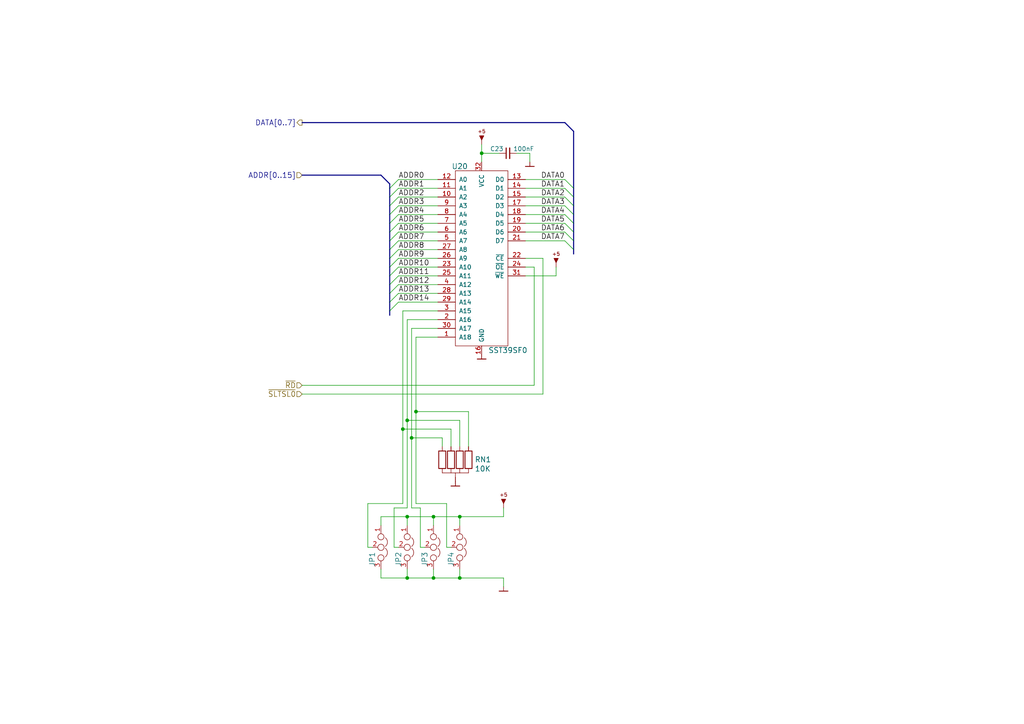
<source format=kicad_sch>
(kicad_sch (version 20211123) (generator eeschema)

  (uuid e16a8ef9-72be-44ea-a34c-71d53d6ff2bf)

  (paper "A4")

  (lib_symbols
    (symbol "artemisa:Cap" (pin_numbers hide) (pin_names (offset 0.254) hide) (in_bom yes) (on_board yes)
      (property "Reference" "C" (id 0) (at 0.254 1.778 0)
        (effects (font (size 1.27 1.27)) (justify left))
      )
      (property "Value" "Cap" (id 1) (at 0.254 -2.032 0)
        (effects (font (size 1.27 1.27)) (justify left))
      )
      (property "Footprint" "" (id 2) (at 0 0 0)
        (effects (font (size 1.27 1.27)) hide)
      )
      (property "Datasheet" "" (id 3) (at 0 0 0)
        (effects (font (size 1.27 1.27)) hide)
      )
      (property "ki_fp_filters" "C_*" (id 4) (at 0 0 0)
        (effects (font (size 1.27 1.27)) hide)
      )
      (symbol "Cap_0_1"
        (polyline
          (pts
            (xy -1.524 -0.508)
            (xy 1.524 -0.508)
          )
          (stroke (width 0.3302) (type default) (color 0 0 0 0))
          (fill (type none))
        )
        (polyline
          (pts
            (xy -1.524 0.508)
            (xy 1.524 0.508)
          )
          (stroke (width 0.3048) (type default) (color 0 0 0 0))
          (fill (type none))
        )
      )
      (symbol "Cap_1_1"
        (pin passive line (at 0 2.54 270) (length 2.032)
          (name "~" (effects (font (size 1.27 1.27))))
          (number "1" (effects (font (size 1.27 1.27))))
        )
        (pin passive line (at 0 -2.54 90) (length 2.032)
          (name "~" (effects (font (size 1.27 1.27))))
          (number "2" (effects (font (size 1.27 1.27))))
        )
      )
    )
    (symbol "artemisa:GND" (power) (pin_numbers hide) (pin_names (offset 0) hide) (in_bom yes) (on_board yes)
      (property "Reference" "#PWR" (id 0) (at 0 -2.54 0)
        (effects (font (size 1.524 1.524)) hide)
      )
      (property "Value" "GND" (id 1) (at 0 2.54 0)
        (effects (font (size 1.524 1.524)) hide)
      )
      (property "Footprint" "" (id 2) (at 0 0 0)
        (effects (font (size 1.524 1.524)) hide)
      )
      (property "Datasheet" "" (id 3) (at 0 0 0)
        (effects (font (size 1.524 1.524)) hide)
      )
      (symbol "GND_0_1"
        (polyline
          (pts
            (xy -1.27 -1.27)
            (xy 1.27 -1.27)
          )
          (stroke (width 0.254) (type default) (color 0 0 0 0))
          (fill (type none))
        )
      )
      (symbol "GND_1_1"
        (pin power_in line (at 0 0 270) (length 1.27)
          (name "GND" (effects (font (size 1.27 1.27))))
          (number "~" (effects (font (size 1.27 1.27))))
        )
      )
    )
    (symbol "artemisa:Jumper" (pin_names (offset 1.016) hide) (in_bom yes) (on_board yes)
      (property "Reference" "JP" (id 0) (at 2.54 -2.54 0)
        (effects (font (size 1.524 1.524)))
      )
      (property "Value" "Jumper" (id 1) (at 0 3.81 0)
        (effects (font (size 1.524 1.524)))
      )
      (property "Footprint" "" (id 2) (at 0 0 0)
        (effects (font (size 1.524 1.524)) hide)
      )
      (property "Datasheet" "" (id 3) (at 0 0 0)
        (effects (font (size 1.524 1.524)) hide)
      )
      (symbol "Jumper_1_1"
        (circle (center -3.048 0) (radius 0.889)
          (stroke (width 0) (type default) (color 0 0 0 0))
          (fill (type none))
        )
        (arc (start -0.254 1.27) (mid -1.524 1.8804) (end -2.794 1.27)
          (stroke (width 0) (type default) (color 0 0 0 0))
          (fill (type none))
        )
        (circle (center 0 0) (radius 0.9144)
          (stroke (width 0) (type default) (color 0 0 0 0))
          (fill (type none))
        )
        (arc (start 2.794 1.27) (mid 1.524 1.8804) (end 0.254 1.27)
          (stroke (width 0) (type default) (color 0 0 0 0))
          (fill (type none))
        )
        (circle (center 3.048 0) (radius 0.889)
          (stroke (width 0) (type default) (color 0 0 0 0))
          (fill (type none))
        )
        (pin passive line (at -6.35 0 0) (length 2.413)
          (name "1" (effects (font (size 1.27 1.27))))
          (number "1" (effects (font (size 1.27 1.27))))
        )
        (pin passive line (at 0 -2.54 90) (length 1.524)
          (name "2" (effects (font (size 1.27 1.27))))
          (number "2" (effects (font (size 1.27 1.27))))
        )
        (pin passive line (at 6.35 0 180) (length 2.413)
          (name "3" (effects (font (size 1.27 1.27))))
          (number "3" (effects (font (size 1.27 1.27))))
        )
      )
    )
    (symbol "artemisa:RN4" (pin_numbers hide) (pin_names (offset 1.016) hide) (in_bom yes) (on_board yes)
      (property "Reference" "RN" (id 0) (at 3.81 5.08 0)
        (effects (font (size 1.524 1.524)))
      )
      (property "Value" "RN4" (id 1) (at -5.08 5.08 0)
        (effects (font (size 1.524 1.524)))
      )
      (property "Footprint" "" (id 2) (at 2.54 -1.905 0)
        (effects (font (size 1.524 1.524)) hide)
      )
      (property "Datasheet" "" (id 3) (at 2.54 -1.905 0)
        (effects (font (size 1.524 1.524)) hide)
      )
      (symbol "RN4_0_1"
        (polyline
          (pts
            (xy -3.81 2.54)
            (xy -3.81 3.81)
          )
          (stroke (width 0) (type default) (color 0 0 0 0))
          (fill (type none))
        )
        (polyline
          (pts
            (xy -3.81 3.81)
            (xy 3.81 3.81)
          )
          (stroke (width 0) (type default) (color 0 0 0 0))
          (fill (type none))
        )
        (polyline
          (pts
            (xy -1.27 2.54)
            (xy -1.27 3.81)
          )
          (stroke (width 0) (type default) (color 0 0 0 0))
          (fill (type none))
        )
        (polyline
          (pts
            (xy 0 5.08)
            (xy 0 3.81)
          )
          (stroke (width 0) (type default) (color 0 0 0 0))
          (fill (type none))
        )
        (polyline
          (pts
            (xy 1.27 2.54)
            (xy 1.27 3.81)
          )
          (stroke (width 0) (type default) (color 0 0 0 0))
          (fill (type none))
        )
        (polyline
          (pts
            (xy 3.81 2.54)
            (xy 3.81 3.81)
          )
          (stroke (width 0) (type default) (color 0 0 0 0))
          (fill (type none))
        )
      )
      (symbol "RN4_0_2"
        (polyline
          (pts
            (xy -3.81 3.81)
            (xy 3.81 3.81)
          )
          (stroke (width 0) (type default) (color 0 0 0 0))
          (fill (type none))
        )
        (polyline
          (pts
            (xy -3.81 3.81)
            (xy -6.35 3.81)
            (xy -6.35 -2.54)
          )
          (stroke (width 0) (type default) (color 0 0 0 0))
          (fill (type none))
        )
      )
      (symbol "RN4_1_1"
        (rectangle (start -4.826 -2.54) (end -2.794 2.54)
          (stroke (width 0.254) (type default) (color 0 0 0 0))
          (fill (type none))
        )
        (rectangle (start -2.286 -2.54) (end -0.254 2.54)
          (stroke (width 0.254) (type default) (color 0 0 0 0))
          (fill (type none))
        )
        (rectangle (start 0.254 -2.54) (end 2.286 2.54)
          (stroke (width 0.254) (type default) (color 0 0 0 0))
          (fill (type none))
        )
        (rectangle (start 2.794 -2.54) (end 4.826 2.54)
          (stroke (width 0.254) (type default) (color 0 0 0 0))
          (fill (type none))
        )
        (pin passive line (at 0 6.35 270) (length 1.27)
          (name "~" (effects (font (size 1.27 1.27))))
          (number "1" (effects (font (size 1.27 1.27))))
        )
        (pin passive line (at -3.81 -3.81 90) (length 1.27)
          (name "~" (effects (font (size 1.27 1.27))))
          (number "2" (effects (font (size 1.27 1.27))))
        )
        (pin passive line (at -1.27 -3.81 90) (length 1.27)
          (name "~" (effects (font (size 1.27 1.27))))
          (number "3" (effects (font (size 1.27 1.27))))
        )
        (pin passive line (at 1.27 -3.81 90) (length 1.27)
          (name "~" (effects (font (size 1.27 1.27))))
          (number "4" (effects (font (size 1.27 1.27))))
        )
        (pin passive line (at 3.81 -3.81 90) (length 1.27)
          (name "~" (effects (font (size 1.27 1.27))))
          (number "5" (effects (font (size 1.27 1.27))))
        )
      )
      (symbol "RN4_1_2"
        (rectangle (start -4.826 -2.54) (end -2.794 2.54)
          (stroke (width 0.254) (type default) (color 0 0 0 0))
          (fill (type none))
        )
        (rectangle (start -2.286 -2.54) (end -0.254 2.54)
          (stroke (width 0.254) (type default) (color 0 0 0 0))
          (fill (type none))
        )
        (polyline
          (pts
            (xy -3.81 2.54)
            (xy -3.81 3.81)
          )
          (stroke (width 0) (type default) (color 0 0 0 0))
          (fill (type none))
        )
        (polyline
          (pts
            (xy -1.27 2.54)
            (xy -1.27 3.81)
          )
          (stroke (width 0) (type default) (color 0 0 0 0))
          (fill (type none))
        )
        (polyline
          (pts
            (xy 1.27 2.54)
            (xy 1.27 3.81)
          )
          (stroke (width 0) (type default) (color 0 0 0 0))
          (fill (type none))
        )
        (polyline
          (pts
            (xy 3.81 2.54)
            (xy 3.81 3.81)
          )
          (stroke (width 0) (type default) (color 0 0 0 0))
          (fill (type none))
        )
        (rectangle (start 0.254 -2.54) (end 2.286 2.54)
          (stroke (width 0.254) (type default) (color 0 0 0 0))
          (fill (type none))
        )
        (rectangle (start 2.794 -2.54) (end 4.826 2.54)
          (stroke (width 0.254) (type default) (color 0 0 0 0))
          (fill (type none))
        )
        (pin passive line (at -6.35 -3.81 90) (length 1.27)
          (name "~" (effects (font (size 1.27 1.27))))
          (number "1" (effects (font (size 1.27 1.27))))
        )
        (pin passive line (at -3.81 -3.81 90) (length 1.27)
          (name "~" (effects (font (size 1.27 1.27))))
          (number "2" (effects (font (size 1.27 1.27))))
        )
        (pin passive line (at -1.27 -3.81 90) (length 1.27)
          (name "~" (effects (font (size 1.27 1.27))))
          (number "3" (effects (font (size 1.27 1.27))))
        )
        (pin passive line (at 1.27 -3.81 90) (length 1.27)
          (name "~" (effects (font (size 1.27 1.27))))
          (number "4" (effects (font (size 1.27 1.27))))
        )
        (pin passive line (at 3.81 -3.81 90) (length 1.27)
          (name "~" (effects (font (size 1.27 1.27))))
          (number "5" (effects (font (size 1.27 1.27))))
        )
      )
    )
    (symbol "artemisa:SST39SF0" (pin_names (offset 1.016)) (in_bom yes) (on_board yes)
      (property "Reference" "U" (id 0) (at -7.62 21.59 0)
        (effects (font (size 1.524 1.524)))
      )
      (property "Value" "SST39SF0" (id 1) (at 7.62 -31.75 0)
        (effects (font (size 1.524 1.524)))
      )
      (property "Footprint" "" (id 2) (at 0 0 0)
        (effects (font (size 1.524 1.524)) hide)
      )
      (property "Datasheet" "" (id 3) (at 0 0 0)
        (effects (font (size 1.524 1.524)) hide)
      )
      (symbol "SST39SF0_0_1"
        (rectangle (start -7.62 20.32) (end 7.62 -30.48)
          (stroke (width 0) (type default) (color 0 0 0 0))
          (fill (type none))
        )
      )
      (symbol "SST39SF0_1_1"
        (pin input line (at -12.7 -27.94 0) (length 5.08)
          (name "A18" (effects (font (size 1.27 1.27))))
          (number "1" (effects (font (size 1.27 1.27))))
        )
        (pin input line (at -12.7 12.7 0) (length 5.08)
          (name "A2" (effects (font (size 1.27 1.27))))
          (number "10" (effects (font (size 1.27 1.27))))
        )
        (pin input line (at -12.7 15.24 0) (length 5.08)
          (name "A1" (effects (font (size 1.27 1.27))))
          (number "11" (effects (font (size 1.27 1.27))))
        )
        (pin input line (at -12.7 17.78 0) (length 5.08)
          (name "A0" (effects (font (size 1.27 1.27))))
          (number "12" (effects (font (size 1.27 1.27))))
        )
        (pin output line (at 12.7 17.78 180) (length 5.08)
          (name "D0" (effects (font (size 1.27 1.27))))
          (number "13" (effects (font (size 1.27 1.27))))
        )
        (pin output line (at 12.7 15.24 180) (length 5.08)
          (name "D1" (effects (font (size 1.27 1.27))))
          (number "14" (effects (font (size 1.27 1.27))))
        )
        (pin output line (at 12.7 12.7 180) (length 5.08)
          (name "D2" (effects (font (size 1.27 1.27))))
          (number "15" (effects (font (size 1.27 1.27))))
        )
        (pin power_in line (at 0 -33.02 90) (length 2.54)
          (name "GND" (effects (font (size 1.27 1.27))))
          (number "16" (effects (font (size 1.27 1.27))))
        )
        (pin output line (at 12.7 10.16 180) (length 5.08)
          (name "D3" (effects (font (size 1.27 1.27))))
          (number "17" (effects (font (size 1.27 1.27))))
        )
        (pin output line (at 12.7 7.62 180) (length 5.08)
          (name "D4" (effects (font (size 1.27 1.27))))
          (number "18" (effects (font (size 1.27 1.27))))
        )
        (pin output line (at 12.7 5.08 180) (length 5.08)
          (name "D5" (effects (font (size 1.27 1.27))))
          (number "19" (effects (font (size 1.27 1.27))))
        )
        (pin input line (at -12.7 -22.86 0) (length 5.08)
          (name "A16" (effects (font (size 1.27 1.27))))
          (number "2" (effects (font (size 1.27 1.27))))
        )
        (pin output line (at 12.7 2.54 180) (length 5.08)
          (name "D6" (effects (font (size 1.27 1.27))))
          (number "20" (effects (font (size 1.27 1.27))))
        )
        (pin output line (at 12.7 0 180) (length 5.08)
          (name "D7" (effects (font (size 1.27 1.27))))
          (number "21" (effects (font (size 1.27 1.27))))
        )
        (pin input line (at 12.7 -5.08 180) (length 5.08)
          (name "~{CE}" (effects (font (size 1.27 1.27))))
          (number "22" (effects (font (size 1.27 1.27))))
        )
        (pin input line (at -12.7 -7.62 0) (length 5.08)
          (name "A10" (effects (font (size 1.27 1.27))))
          (number "23" (effects (font (size 1.27 1.27))))
        )
        (pin input line (at 12.7 -7.62 180) (length 5.08)
          (name "~{OE}" (effects (font (size 1.27 1.27))))
          (number "24" (effects (font (size 1.27 1.27))))
        )
        (pin input line (at -12.7 -10.16 0) (length 5.08)
          (name "A11" (effects (font (size 1.27 1.27))))
          (number "25" (effects (font (size 1.27 1.27))))
        )
        (pin input line (at -12.7 -5.08 0) (length 5.08)
          (name "A9" (effects (font (size 1.27 1.27))))
          (number "26" (effects (font (size 1.27 1.27))))
        )
        (pin input line (at -12.7 -2.54 0) (length 5.08)
          (name "A8" (effects (font (size 1.27 1.27))))
          (number "27" (effects (font (size 1.27 1.27))))
        )
        (pin input line (at -12.7 -15.24 0) (length 5.08)
          (name "A13" (effects (font (size 1.27 1.27))))
          (number "28" (effects (font (size 1.27 1.27))))
        )
        (pin input line (at -12.7 -17.78 0) (length 5.08)
          (name "A14" (effects (font (size 1.27 1.27))))
          (number "29" (effects (font (size 1.27 1.27))))
        )
        (pin input line (at -12.7 -20.32 0) (length 5.08)
          (name "A15" (effects (font (size 1.27 1.27))))
          (number "3" (effects (font (size 1.27 1.27))))
        )
        (pin input line (at -12.7 -25.4 0) (length 5.08)
          (name "A17" (effects (font (size 1.27 1.27))))
          (number "30" (effects (font (size 1.27 1.27))))
        )
        (pin input line (at 12.7 -10.16 180) (length 5.08)
          (name "~{WE}" (effects (font (size 1.27 1.27))))
          (number "31" (effects (font (size 1.27 1.27))))
        )
        (pin power_in line (at 0 22.86 270) (length 2.54)
          (name "VCC" (effects (font (size 1.27 1.27))))
          (number "32" (effects (font (size 1.27 1.27))))
        )
        (pin input line (at -12.7 -12.7 0) (length 5.08)
          (name "A12" (effects (font (size 1.27 1.27))))
          (number "4" (effects (font (size 1.27 1.27))))
        )
        (pin input line (at -12.7 0 0) (length 5.08)
          (name "A7" (effects (font (size 1.27 1.27))))
          (number "5" (effects (font (size 1.27 1.27))))
        )
        (pin input line (at -12.7 2.54 0) (length 5.08)
          (name "A6" (effects (font (size 1.27 1.27))))
          (number "6" (effects (font (size 1.27 1.27))))
        )
        (pin input line (at -12.7 5.08 0) (length 5.08)
          (name "A5" (effects (font (size 1.27 1.27))))
          (number "7" (effects (font (size 1.27 1.27))))
        )
        (pin input line (at -12.7 7.62 0) (length 5.08)
          (name "A4" (effects (font (size 1.27 1.27))))
          (number "8" (effects (font (size 1.27 1.27))))
        )
        (pin input line (at -12.7 10.16 0) (length 5.08)
          (name "A3" (effects (font (size 1.27 1.27))))
          (number "9" (effects (font (size 1.27 1.27))))
        )
      )
    )
    (symbol "artemisa:VCC" (power) (pin_numbers hide) (pin_names (offset 0) hide) (in_bom yes) (on_board yes)
      (property "Reference" "#PWR" (id 0) (at 0 -1.27 0)
        (effects (font (size 1.524 1.524)) hide)
      )
      (property "Value" "VCC" (id 1) (at 0 6.35 0)
        (effects (font (size 1.524 1.524)) hide)
      )
      (property "Footprint" "" (id 2) (at 0 0 0)
        (effects (font (size 1.524 1.524)) hide)
      )
      (property "Datasheet" "" (id 3) (at 0 0 0)
        (effects (font (size 1.524 1.524)) hide)
      )
      (symbol "VCC_0_0"
        (text "+5" (at 0 3.81 0)
          (effects (font (size 1.016 1.016)))
        )
      )
      (symbol "VCC_0_1"
        (polyline
          (pts
            (xy 0 1.27)
            (xy 0.635 2.54)
            (xy -0.635 2.54)
            (xy 0 1.27)
          )
          (stroke (width 0) (type default) (color 0 0 0 0))
          (fill (type outline))
        )
      )
      (symbol "VCC_1_1"
        (pin power_in line (at 0 0 90) (length 1.27)
          (name "~" (effects (font (size 1.27 1.27))))
          (number "~" (effects (font (size 1.27 1.27))))
        )
      )
    )
  )

  (junction (at 118.11 149.86) (diameter 0) (color 0 0 0 0)
    (uuid 30d4a5b8-34e9-412f-9d1a-e616a8a28215)
  )
  (junction (at 133.35 167.64) (diameter 0) (color 0 0 0 0)
    (uuid 415d6a7d-98b2-4d17-b46f-6f38749a3ba2)
  )
  (junction (at 125.73 167.64) (diameter 0) (color 0 0 0 0)
    (uuid 5bf032d7-1ed3-461e-8d9e-98362eeab2a2)
  )
  (junction (at 139.7 44.45) (diameter 0) (color 0 0 0 0)
    (uuid 6a3aff19-5e5c-466c-80b5-82ab994aaee1)
  )
  (junction (at 118.11 167.64) (diameter 0) (color 0 0 0 0)
    (uuid 80f56a42-ff05-4345-8ffd-85584fdb3701)
  )
  (junction (at 133.35 149.86) (diameter 0) (color 0 0 0 0)
    (uuid 88b7d164-35a2-420d-9da6-a56db04f962b)
  )
  (junction (at 119.38 127) (diameter 0) (color 0 0 0 0)
    (uuid 89d9af53-e698-40c4-8ab2-a44fdf0a4c6c)
  )
  (junction (at 116.84 124.46) (diameter 0) (color 0 0 0 0)
    (uuid b0b40da2-8918-4f0b-b11b-1408b929feb5)
  )
  (junction (at 120.65 119.38) (diameter 0) (color 0 0 0 0)
    (uuid c4e3a83a-2945-4c21-9d1d-f3f3be86b7bd)
  )
  (junction (at 125.73 149.86) (diameter 0) (color 0 0 0 0)
    (uuid dd07efd4-24c4-483d-a118-ed58a9223c8c)
  )
  (junction (at 118.11 121.92) (diameter 0) (color 0 0 0 0)
    (uuid e188f4e0-97d6-45d5-9852-98640c6abc42)
  )

  (bus_entry (at 113.03 69.85) (size 2.54 -2.54)
    (stroke (width 0) (type default) (color 0 0 0 0))
    (uuid 06fb8a5e-69f3-44ca-bc88-4da9a1408625)
  )
  (bus_entry (at 113.03 87.63) (size 2.54 -2.54)
    (stroke (width 0) (type default) (color 0 0 0 0))
    (uuid 10a7d7ef-d6be-484c-be36-2908e6c77393)
  )
  (bus_entry (at 113.03 67.31) (size 2.54 -2.54)
    (stroke (width 0) (type default) (color 0 0 0 0))
    (uuid 1416f46f-efcf-4c99-81af-d39cf81f2652)
  )
  (bus_entry (at 113.03 64.77) (size 2.54 -2.54)
    (stroke (width 0) (type default) (color 0 0 0 0))
    (uuid 2952439a-4d93-45a3-a998-2b2fce2c5fe9)
  )
  (bus_entry (at 113.03 57.15) (size 2.54 -2.54)
    (stroke (width 0) (type default) (color 0 0 0 0))
    (uuid 2c3d5c2f-c119-4276-9b7e-33808f1d9396)
  )
  (bus_entry (at 166.37 62.23) (size -2.54 -2.54)
    (stroke (width 0) (type default) (color 0 0 0 0))
    (uuid 33ef82c8-b659-42b6-9429-5436a00e7b54)
  )
  (bus_entry (at 166.37 64.77) (size -2.54 -2.54)
    (stroke (width 0) (type default) (color 0 0 0 0))
    (uuid 469553b1-52fa-4564-9359-73b74ba8f58f)
  )
  (bus_entry (at 113.03 82.55) (size 2.54 -2.54)
    (stroke (width 0) (type default) (color 0 0 0 0))
    (uuid 532cb9ef-7fac-483b-aaf5-b83d764d0176)
  )
  (bus_entry (at 113.03 74.93) (size 2.54 -2.54)
    (stroke (width 0) (type default) (color 0 0 0 0))
    (uuid 5da519c8-016f-4f2c-843d-d8fc54aa43f1)
  )
  (bus_entry (at 113.03 54.61) (size 2.54 -2.54)
    (stroke (width 0) (type default) (color 0 0 0 0))
    (uuid 5fe5bd8d-5a86-4565-bd10-e08c6de9aa03)
  )
  (bus_entry (at 166.37 69.85) (size -2.54 -2.54)
    (stroke (width 0) (type default) (color 0 0 0 0))
    (uuid 73fd78b9-9aa5-40d0-adab-1e5886c90dd7)
  )
  (bus_entry (at 113.03 62.23) (size 2.54 -2.54)
    (stroke (width 0) (type default) (color 0 0 0 0))
    (uuid 7a25e2e8-d883-44ae-8207-1f946e50b1fa)
  )
  (bus_entry (at 166.37 54.61) (size -2.54 -2.54)
    (stroke (width 0) (type default) (color 0 0 0 0))
    (uuid 86c73e16-9c05-4385-b59b-206056f7ac90)
  )
  (bus_entry (at 113.03 85.09) (size 2.54 -2.54)
    (stroke (width 0) (type default) (color 0 0 0 0))
    (uuid 8a1a639a-559c-483d-9c99-1b2fafbdacf1)
  )
  (bus_entry (at 166.37 67.31) (size -2.54 -2.54)
    (stroke (width 0) (type default) (color 0 0 0 0))
    (uuid 90f1070b-d0d3-4d94-9527-f4c1c7006642)
  )
  (bus_entry (at 113.03 59.69) (size 2.54 -2.54)
    (stroke (width 0) (type default) (color 0 0 0 0))
    (uuid 9cd1ba63-2087-4000-a5a9-797dad78d993)
  )
  (bus_entry (at 166.37 57.15) (size -2.54 -2.54)
    (stroke (width 0) (type default) (color 0 0 0 0))
    (uuid a0affae9-b1e8-4941-9e7e-2ad29ff3f86b)
  )
  (bus_entry (at 113.03 80.01) (size 2.54 -2.54)
    (stroke (width 0) (type default) (color 0 0 0 0))
    (uuid b09870ad-8985-4a1c-a7b1-3acb9a1b9282)
  )
  (bus_entry (at 113.03 77.47) (size 2.54 -2.54)
    (stroke (width 0) (type default) (color 0 0 0 0))
    (uuid bc007755-47dc-4b01-a9a3-8f34e8741895)
  )
  (bus_entry (at 166.37 72.39) (size -2.54 -2.54)
    (stroke (width 0) (type default) (color 0 0 0 0))
    (uuid bf8bfbb4-4b7a-430e-865f-8acab9f8c04d)
  )
  (bus_entry (at 113.03 72.39) (size 2.54 -2.54)
    (stroke (width 0) (type default) (color 0 0 0 0))
    (uuid ea7f95ca-1368-4ccc-b3c5-17a85c05a2dd)
  )
  (bus_entry (at 113.03 90.17) (size 2.54 -2.54)
    (stroke (width 0) (type default) (color 0 0 0 0))
    (uuid fb7b20d7-70ea-48e6-baf1-01a0d3c92377)
  )
  (bus_entry (at 166.37 59.69) (size -2.54 -2.54)
    (stroke (width 0) (type default) (color 0 0 0 0))
    (uuid ffe6d5f3-f9a5-48a9-88db-d2d7822b944f)
  )

  (wire (pts (xy 115.57 87.63) (xy 127 87.63))
    (stroke (width 0) (type default) (color 0 0 0 0))
    (uuid 00185541-0a55-4e62-91d8-99e7a7720d36)
  )
  (bus (pts (xy 166.37 69.85) (xy 166.37 72.39))
    (stroke (width 0) (type default) (color 0 0 0 0))
    (uuid 025b67ec-fe6a-4ee1-9f43-89b9b5fad3d7)
  )

  (wire (pts (xy 133.35 121.92) (xy 118.11 121.92))
    (stroke (width 0) (type default) (color 0 0 0 0))
    (uuid 03a79994-33b9-4df6-bdb0-d3807834d731)
  )
  (wire (pts (xy 128.27 129.54) (xy 128.27 127))
    (stroke (width 0) (type default) (color 0 0 0 0))
    (uuid 08601885-ffd0-426c-9b07-2dc479593fb1)
  )
  (wire (pts (xy 157.48 114.3) (xy 87.63 114.3))
    (stroke (width 0) (type default) (color 0 0 0 0))
    (uuid 09433d97-62ec-42de-89f2-7d0b68dc1b9d)
  )
  (wire (pts (xy 133.35 149.86) (xy 146.05 149.86))
    (stroke (width 0) (type default) (color 0 0 0 0))
    (uuid 09684b6c-5d15-4020-b96b-0b388e8ee3ea)
  )
  (wire (pts (xy 118.11 147.32) (xy 114.3 147.32))
    (stroke (width 0) (type default) (color 0 0 0 0))
    (uuid 0f99d31f-3e61-45ba-a78c-4a282f861613)
  )
  (bus (pts (xy 166.37 38.1) (xy 166.37 54.61))
    (stroke (width 0) (type default) (color 0 0 0 0))
    (uuid 1002411f-a485-468c-981b-cec2ce41d8bd)
  )
  (bus (pts (xy 110.49 50.8) (xy 87.63 50.8))
    (stroke (width 0) (type default) (color 0 0 0 0))
    (uuid 128a7556-cb3d-406d-b84d-6d9efc7f9ed8)
  )

  (wire (pts (xy 163.83 64.77) (xy 152.4 64.77))
    (stroke (width 0) (type default) (color 0 0 0 0))
    (uuid 18a9dea8-caa6-40a3-962a-7699d9146e17)
  )
  (bus (pts (xy 113.03 53.34) (xy 113.03 54.61))
    (stroke (width 0) (type default) (color 0 0 0 0))
    (uuid 1a0c5194-0d7e-4fcc-a11d-049fac80c4dc)
  )

  (wire (pts (xy 115.57 82.55) (xy 127 82.55))
    (stroke (width 0) (type default) (color 0 0 0 0))
    (uuid 1db46316-f403-492b-8814-154fc43d62a8)
  )
  (wire (pts (xy 154.94 111.76) (xy 154.94 77.47))
    (stroke (width 0) (type default) (color 0 0 0 0))
    (uuid 1ebce183-d3ad-4022-b82e-9e0d8cd628db)
  )
  (wire (pts (xy 129.54 146.05) (xy 129.54 158.75))
    (stroke (width 0) (type default) (color 0 0 0 0))
    (uuid 201a8082-80bc-49cb-a857-a9c917ee8418)
  )
  (wire (pts (xy 144.78 44.45) (xy 139.7 44.45))
    (stroke (width 0) (type default) (color 0 0 0 0))
    (uuid 22591446-6d82-47ac-b525-9e9deb496c8c)
  )
  (wire (pts (xy 106.68 146.05) (xy 106.68 158.75))
    (stroke (width 0) (type default) (color 0 0 0 0))
    (uuid 233d14ec-e17f-4b70-ace9-a65479e58a33)
  )
  (wire (pts (xy 120.65 119.38) (xy 120.65 146.05))
    (stroke (width 0) (type default) (color 0 0 0 0))
    (uuid 29e27db0-3c69-4f62-9b26-37b540cf4f34)
  )
  (bus (pts (xy 166.37 72.39) (xy 166.37 73.66))
    (stroke (width 0) (type default) (color 0 0 0 0))
    (uuid 3081c45f-0a62-4dc8-a706-c2b3c5e194d8)
  )

  (wire (pts (xy 118.11 167.64) (xy 125.73 167.64))
    (stroke (width 0) (type default) (color 0 0 0 0))
    (uuid 310e28e7-f7b1-4197-b25d-4003c7dcabae)
  )
  (wire (pts (xy 154.94 77.47) (xy 152.4 77.47))
    (stroke (width 0) (type default) (color 0 0 0 0))
    (uuid 3b9ce6b0-047c-4e71-81a7-b0a5c13aa4d2)
  )
  (wire (pts (xy 130.81 124.46) (xy 116.84 124.46))
    (stroke (width 0) (type default) (color 0 0 0 0))
    (uuid 3bdc61da-fd87-4d91-ae6a-f160ef1e6b25)
  )
  (wire (pts (xy 118.11 92.71) (xy 118.11 121.92))
    (stroke (width 0) (type default) (color 0 0 0 0))
    (uuid 3be2f64a-643b-4527-aaf5-307341a81097)
  )
  (wire (pts (xy 121.92 158.75) (xy 123.19 158.75))
    (stroke (width 0) (type default) (color 0 0 0 0))
    (uuid 3d6472eb-4872-48d0-9b65-1b39f6d4a46a)
  )
  (wire (pts (xy 115.57 62.23) (xy 127 62.23))
    (stroke (width 0) (type default) (color 0 0 0 0))
    (uuid 3eff8f32-349a-4846-b484-abdc036c7174)
  )
  (wire (pts (xy 106.68 146.05) (xy 116.84 146.05))
    (stroke (width 0) (type default) (color 0 0 0 0))
    (uuid 422a6702-d1c1-4e76-898e-ec20aaee30c2)
  )
  (wire (pts (xy 115.57 54.61) (xy 127 54.61))
    (stroke (width 0) (type default) (color 0 0 0 0))
    (uuid 46255620-16a2-4e81-9e4a-58dddcf89388)
  )
  (wire (pts (xy 115.57 74.93) (xy 127 74.93))
    (stroke (width 0) (type default) (color 0 0 0 0))
    (uuid 462f8e7e-09c6-4676-ba4f-fd07b2868aa8)
  )
  (bus (pts (xy 113.03 77.47) (xy 113.03 80.01))
    (stroke (width 0) (type default) (color 0 0 0 0))
    (uuid 473b087a-2cc3-4010-941a-e9503cdfb920)
  )

  (wire (pts (xy 87.63 111.76) (xy 154.94 111.76))
    (stroke (width 0) (type default) (color 0 0 0 0))
    (uuid 4c77837f-2440-4b7b-8e7e-430f981c7c04)
  )
  (wire (pts (xy 133.35 167.64) (xy 146.05 167.64))
    (stroke (width 0) (type default) (color 0 0 0 0))
    (uuid 4dfbe524-132d-43d4-8ae0-9aa2f72df70b)
  )
  (wire (pts (xy 118.11 121.92) (xy 118.11 147.32))
    (stroke (width 0) (type default) (color 0 0 0 0))
    (uuid 505c1d3e-8ca5-438e-9eae-18483f12882c)
  )
  (wire (pts (xy 115.57 59.69) (xy 127 59.69))
    (stroke (width 0) (type default) (color 0 0 0 0))
    (uuid 52da99c6-c348-4007-8828-51a963a2879f)
  )
  (bus (pts (xy 113.03 57.15) (xy 113.03 59.69))
    (stroke (width 0) (type default) (color 0 0 0 0))
    (uuid 553e83e2-46ab-4c23-99b1-63f20f063cd2)
  )

  (wire (pts (xy 119.38 147.32) (xy 121.92 147.32))
    (stroke (width 0) (type default) (color 0 0 0 0))
    (uuid 555e8fc3-19b4-40e8-abc6-87d7c193534e)
  )
  (wire (pts (xy 119.38 95.25) (xy 119.38 127))
    (stroke (width 0) (type default) (color 0 0 0 0))
    (uuid 59550421-1010-45d2-ae78-ff36e5bca6b7)
  )
  (bus (pts (xy 113.03 90.17) (xy 113.03 91.44))
    (stroke (width 0) (type default) (color 0 0 0 0))
    (uuid 59e90f16-96b8-49bc-86de-566bbe3dd75d)
  )
  (bus (pts (xy 163.83 35.56) (xy 166.37 38.1))
    (stroke (width 0) (type default) (color 0 0 0 0))
    (uuid 5b6af5a7-591e-4959-8c60-02f298d40677)
  )

  (wire (pts (xy 115.57 72.39) (xy 127 72.39))
    (stroke (width 0) (type default) (color 0 0 0 0))
    (uuid 5d00cbc9-46cb-472e-b705-59da8e971192)
  )
  (bus (pts (xy 113.03 87.63) (xy 113.03 90.17))
    (stroke (width 0) (type default) (color 0 0 0 0))
    (uuid 5d56d28a-c4af-4430-8964-9b60bd37a4ca)
  )

  (wire (pts (xy 125.73 149.86) (xy 133.35 149.86))
    (stroke (width 0) (type default) (color 0 0 0 0))
    (uuid 5ecea6c7-cbcd-4340-9db8-55b54a886e1e)
  )
  (bus (pts (xy 113.03 62.23) (xy 113.03 64.77))
    (stroke (width 0) (type default) (color 0 0 0 0))
    (uuid 607bd1dc-3a6b-4b00-8871-0e4f8cbd31b4)
  )
  (bus (pts (xy 113.03 85.09) (xy 113.03 87.63))
    (stroke (width 0) (type default) (color 0 0 0 0))
    (uuid 62ff3f34-d3e2-41a5-ae11-1b931533f98a)
  )

  (wire (pts (xy 146.05 149.86) (xy 146.05 147.32))
    (stroke (width 0) (type default) (color 0 0 0 0))
    (uuid 64bbd1a8-b20b-4d12-891d-7b53b4a0334a)
  )
  (bus (pts (xy 166.37 59.69) (xy 166.37 62.23))
    (stroke (width 0) (type default) (color 0 0 0 0))
    (uuid 6915e2da-1017-43ad-9e3e-de99af10b4da)
  )
  (bus (pts (xy 113.03 72.39) (xy 113.03 74.93))
    (stroke (width 0) (type default) (color 0 0 0 0))
    (uuid 77882400-606a-4159-9b6d-7be7ce590e63)
  )

  (wire (pts (xy 163.83 57.15) (xy 152.4 57.15))
    (stroke (width 0) (type default) (color 0 0 0 0))
    (uuid 77f65cef-2bce-414e-8b99-31f9cd0b59b0)
  )
  (wire (pts (xy 116.84 124.46) (xy 116.84 146.05))
    (stroke (width 0) (type default) (color 0 0 0 0))
    (uuid 785187eb-3061-4043-a954-4178556793a1)
  )
  (bus (pts (xy 113.03 59.69) (xy 113.03 62.23))
    (stroke (width 0) (type default) (color 0 0 0 0))
    (uuid 7a0dea2f-98b5-4afe-8d5d-f39ea5db6892)
  )

  (wire (pts (xy 110.49 165.1) (xy 110.49 167.64))
    (stroke (width 0) (type default) (color 0 0 0 0))
    (uuid 7b2f6028-5234-4df8-8d41-bf003f728f58)
  )
  (wire (pts (xy 114.3 158.75) (xy 115.57 158.75))
    (stroke (width 0) (type default) (color 0 0 0 0))
    (uuid 7b485fa8-406a-42d5-9a01-13ae76ec07b5)
  )
  (wire (pts (xy 120.65 97.79) (xy 120.65 119.38))
    (stroke (width 0) (type default) (color 0 0 0 0))
    (uuid 7bc13ee4-2194-461b-9242-0d96ebba241b)
  )
  (wire (pts (xy 128.27 127) (xy 119.38 127))
    (stroke (width 0) (type default) (color 0 0 0 0))
    (uuid 824a1256-25d4-4c20-968f-40a07210c698)
  )
  (wire (pts (xy 115.57 57.15) (xy 127 57.15))
    (stroke (width 0) (type default) (color 0 0 0 0))
    (uuid 83250ce3-cee5-48b2-8a3e-b1e7887d6a15)
  )
  (wire (pts (xy 115.57 67.31) (xy 127 67.31))
    (stroke (width 0) (type default) (color 0 0 0 0))
    (uuid 84e64de5-2809-4251-a45b-2b46d2cc79df)
  )
  (bus (pts (xy 166.37 67.31) (xy 166.37 69.85))
    (stroke (width 0) (type default) (color 0 0 0 0))
    (uuid 85705930-0850-44b9-bc2d-76e756994d34)
  )

  (wire (pts (xy 125.73 167.64) (xy 133.35 167.64))
    (stroke (width 0) (type default) (color 0 0 0 0))
    (uuid 86856bef-d161-4600-b8d6-44f81ad42b7c)
  )
  (wire (pts (xy 115.57 52.07) (xy 127 52.07))
    (stroke (width 0) (type default) (color 0 0 0 0))
    (uuid 885a1129-9446-432d-8d93-f91d54873594)
  )
  (wire (pts (xy 118.11 165.1) (xy 118.11 167.64))
    (stroke (width 0) (type default) (color 0 0 0 0))
    (uuid 8c65d639-2c7e-432d-bc2d-cd7263d4f689)
  )
  (wire (pts (xy 120.65 146.05) (xy 129.54 146.05))
    (stroke (width 0) (type default) (color 0 0 0 0))
    (uuid 91a85248-7895-453a-bdbc-36a6edbe91db)
  )
  (wire (pts (xy 133.35 152.4) (xy 133.35 149.86))
    (stroke (width 0) (type default) (color 0 0 0 0))
    (uuid 92ff4797-ba89-46c8-b3a8-8260d960e660)
  )
  (wire (pts (xy 157.48 74.93) (xy 157.48 114.3))
    (stroke (width 0) (type default) (color 0 0 0 0))
    (uuid 937928d4-4dfb-4f2f-91d0-697ec54ac283)
  )
  (wire (pts (xy 118.11 149.86) (xy 125.73 149.86))
    (stroke (width 0) (type default) (color 0 0 0 0))
    (uuid 96bdf5ea-ca81-4096-814f-ff6d6aaf3220)
  )
  (wire (pts (xy 125.73 165.1) (xy 125.73 167.64))
    (stroke (width 0) (type default) (color 0 0 0 0))
    (uuid 975ad921-d330-495d-a812-58638ba9e7c7)
  )
  (bus (pts (xy 113.03 64.77) (xy 113.03 67.31))
    (stroke (width 0) (type default) (color 0 0 0 0))
    (uuid 9934072c-5674-4ed3-9146-61b9347f189d)
  )

  (wire (pts (xy 129.54 158.75) (xy 130.81 158.75))
    (stroke (width 0) (type default) (color 0 0 0 0))
    (uuid 9a68bf85-c16f-48ee-8e66-0d9ea8ea8b23)
  )
  (wire (pts (xy 163.83 69.85) (xy 152.4 69.85))
    (stroke (width 0) (type default) (color 0 0 0 0))
    (uuid 9fb9a654-045f-4c58-ba9d-e6e9d641e3ae)
  )
  (wire (pts (xy 130.81 129.54) (xy 130.81 124.46))
    (stroke (width 0) (type default) (color 0 0 0 0))
    (uuid a0129fe7-e9e9-4c74-af85-e2b335707eb4)
  )
  (wire (pts (xy 127 97.79) (xy 120.65 97.79))
    (stroke (width 0) (type default) (color 0 0 0 0))
    (uuid a0400e61-7ec0-4cc7-a41d-d7c451e758fe)
  )
  (wire (pts (xy 114.3 147.32) (xy 114.3 158.75))
    (stroke (width 0) (type default) (color 0 0 0 0))
    (uuid a1533d6a-9d56-4622-800a-f5af923f4a97)
  )
  (wire (pts (xy 152.4 80.01) (xy 161.29 80.01))
    (stroke (width 0) (type default) (color 0 0 0 0))
    (uuid a3eaa329-1c23-49fc-9fb5-976de81b788e)
  )
  (wire (pts (xy 163.83 67.31) (xy 152.4 67.31))
    (stroke (width 0) (type default) (color 0 0 0 0))
    (uuid a95b6208-cd25-486f-8a35-f7d7b1426174)
  )
  (bus (pts (xy 166.37 64.77) (xy 166.37 67.31))
    (stroke (width 0) (type default) (color 0 0 0 0))
    (uuid aea380b3-0b16-4ad3-8281-37f0d2673e39)
  )

  (wire (pts (xy 163.83 52.07) (xy 152.4 52.07))
    (stroke (width 0) (type default) (color 0 0 0 0))
    (uuid b034f82f-3ce9-4423-89ad-7ecf03d348d0)
  )
  (wire (pts (xy 115.57 80.01) (xy 127 80.01))
    (stroke (width 0) (type default) (color 0 0 0 0))
    (uuid b37c8835-0989-48c9-97ba-c045f0d7107f)
  )
  (wire (pts (xy 115.57 85.09) (xy 127 85.09))
    (stroke (width 0) (type default) (color 0 0 0 0))
    (uuid b540f997-cabb-4061-85a0-370b4e9dd03a)
  )
  (wire (pts (xy 163.83 62.23) (xy 152.4 62.23))
    (stroke (width 0) (type default) (color 0 0 0 0))
    (uuid b64fe3cc-3a1f-41b6-9ac9-fa971c4a06a6)
  )
  (wire (pts (xy 118.11 152.4) (xy 118.11 149.86))
    (stroke (width 0) (type default) (color 0 0 0 0))
    (uuid b6670714-a829-420f-8f82-042c74d803a5)
  )
  (bus (pts (xy 163.83 35.56) (xy 87.63 35.56))
    (stroke (width 0) (type default) (color 0 0 0 0))
    (uuid b6ceb85d-46f8-42e1-9c68-672660fbaf7c)
  )

  (wire (pts (xy 115.57 69.85) (xy 127 69.85))
    (stroke (width 0) (type default) (color 0 0 0 0))
    (uuid b9272e8b-2d00-4d6b-ae8c-fd62ef331586)
  )
  (wire (pts (xy 163.83 59.69) (xy 152.4 59.69))
    (stroke (width 0) (type default) (color 0 0 0 0))
    (uuid bfff8af5-be9c-44df-80bd-23ee2cf9c437)
  )
  (bus (pts (xy 113.03 74.93) (xy 113.03 77.47))
    (stroke (width 0) (type default) (color 0 0 0 0))
    (uuid c02ea828-b111-4d1d-9474-98d811361c61)
  )

  (wire (pts (xy 115.57 77.47) (xy 127 77.47))
    (stroke (width 0) (type default) (color 0 0 0 0))
    (uuid c1518dae-2aaf-4360-9028-98a626546353)
  )
  (wire (pts (xy 139.7 44.45) (xy 139.7 46.99))
    (stroke (width 0) (type default) (color 0 0 0 0))
    (uuid c1fbee58-f474-4414-9110-64abd03ed7c9)
  )
  (bus (pts (xy 110.49 50.8) (xy 113.03 53.34))
    (stroke (width 0) (type default) (color 0 0 0 0))
    (uuid c221eefe-1cf5-48d5-b941-f08de75c2fe3)
  )
  (bus (pts (xy 113.03 80.01) (xy 113.03 82.55))
    (stroke (width 0) (type default) (color 0 0 0 0))
    (uuid c2a16d20-3dbd-442b-870b-24ac58660317)
  )

  (wire (pts (xy 115.57 64.77) (xy 127 64.77))
    (stroke (width 0) (type default) (color 0 0 0 0))
    (uuid c2a5cbbc-a316-4826-81b8-a34d52b5eb58)
  )
  (bus (pts (xy 113.03 54.61) (xy 113.03 57.15))
    (stroke (width 0) (type default) (color 0 0 0 0))
    (uuid c73bfff6-9c34-45cb-853c-863990f11aa7)
  )

  (wire (pts (xy 163.83 54.61) (xy 152.4 54.61))
    (stroke (width 0) (type default) (color 0 0 0 0))
    (uuid c837798c-83c8-4e02-b288-fa03714cab74)
  )
  (wire (pts (xy 133.35 129.54) (xy 133.35 121.92))
    (stroke (width 0) (type default) (color 0 0 0 0))
    (uuid cb082ca8-e559-493c-a769-6ac76ddc831e)
  )
  (wire (pts (xy 153.67 46.99) (xy 153.67 44.45))
    (stroke (width 0) (type default) (color 0 0 0 0))
    (uuid cbb6579a-72cf-4504-9bef-bb32135a4790)
  )
  (wire (pts (xy 119.38 127) (xy 119.38 147.32))
    (stroke (width 0) (type default) (color 0 0 0 0))
    (uuid cf6465a5-cdc8-43ab-af6a-066f3abc4788)
  )
  (wire (pts (xy 139.7 41.91) (xy 139.7 44.45))
    (stroke (width 0) (type default) (color 0 0 0 0))
    (uuid d0292983-0ab9-4b24-b3bd-f154f790c7ec)
  )
  (wire (pts (xy 110.49 167.64) (xy 118.11 167.64))
    (stroke (width 0) (type default) (color 0 0 0 0))
    (uuid d0b8883f-56d3-436a-a178-a658388f963b)
  )
  (wire (pts (xy 110.49 152.4) (xy 110.49 149.86))
    (stroke (width 0) (type default) (color 0 0 0 0))
    (uuid d0c5561a-ecf5-4fb9-9963-743c221a8335)
  )
  (wire (pts (xy 133.35 165.1) (xy 133.35 167.64))
    (stroke (width 0) (type default) (color 0 0 0 0))
    (uuid d0f11060-bc65-49c7-b1f8-1ffca12c5c16)
  )
  (wire (pts (xy 125.73 152.4) (xy 125.73 149.86))
    (stroke (width 0) (type default) (color 0 0 0 0))
    (uuid d2b76814-7e11-4ea5-b409-7892e0c8500a)
  )
  (bus (pts (xy 113.03 69.85) (xy 113.03 72.39))
    (stroke (width 0) (type default) (color 0 0 0 0))
    (uuid d7d62d74-e40d-48f8-9eac-491ee6420441)
  )

  (wire (pts (xy 110.49 149.86) (xy 118.11 149.86))
    (stroke (width 0) (type default) (color 0 0 0 0))
    (uuid d9c1c6f8-c198-49f9-bff0-eab2393a0053)
  )
  (wire (pts (xy 161.29 80.01) (xy 161.29 77.47))
    (stroke (width 0) (type default) (color 0 0 0 0))
    (uuid d9cdb60a-ecfa-4866-ad81-ca393f637bae)
  )
  (bus (pts (xy 166.37 54.61) (xy 166.37 57.15))
    (stroke (width 0) (type default) (color 0 0 0 0))
    (uuid da502ba4-a51e-4a20-8efb-4020dc3cfdab)
  )

  (wire (pts (xy 135.89 119.38) (xy 120.65 119.38))
    (stroke (width 0) (type default) (color 0 0 0 0))
    (uuid dd4b4783-44b6-4bbf-bf18-b846491e4d4c)
  )
  (wire (pts (xy 127 90.17) (xy 116.84 90.17))
    (stroke (width 0) (type default) (color 0 0 0 0))
    (uuid de01c5f0-8b67-4f95-a915-b01789f320eb)
  )
  (wire (pts (xy 106.68 158.75) (xy 107.95 158.75))
    (stroke (width 0) (type default) (color 0 0 0 0))
    (uuid e08b3dd0-5717-45d9-897c-a2c963f9de1a)
  )
  (wire (pts (xy 127 92.71) (xy 118.11 92.71))
    (stroke (width 0) (type default) (color 0 0 0 0))
    (uuid e0937f55-5a21-4b1f-aa30-aba62e4969e5)
  )
  (wire (pts (xy 135.89 129.54) (xy 135.89 119.38))
    (stroke (width 0) (type default) (color 0 0 0 0))
    (uuid e325a134-36dc-4151-9d17-8bf13dc78564)
  )
  (wire (pts (xy 157.48 74.93) (xy 152.4 74.93))
    (stroke (width 0) (type default) (color 0 0 0 0))
    (uuid e342f8d7-ca8a-47a5-a679-3c984454e9a5)
  )
  (wire (pts (xy 127 95.25) (xy 119.38 95.25))
    (stroke (width 0) (type default) (color 0 0 0 0))
    (uuid e44b0081-5f25-4984-8fb5-ea876fb2fc1c)
  )
  (wire (pts (xy 146.05 167.64) (xy 146.05 170.18))
    (stroke (width 0) (type default) (color 0 0 0 0))
    (uuid ec15bc3b-566a-44e3-a715-82c18713a059)
  )
  (bus (pts (xy 113.03 67.31) (xy 113.03 69.85))
    (stroke (width 0) (type default) (color 0 0 0 0))
    (uuid ec870b96-a94e-4dc6-9900-ce74b92f8bb5)
  )
  (bus (pts (xy 166.37 57.15) (xy 166.37 59.69))
    (stroke (width 0) (type default) (color 0 0 0 0))
    (uuid ecebfbae-5921-4400-8c7c-d6d4cfb57f3d)
  )
  (bus (pts (xy 113.03 82.55) (xy 113.03 85.09))
    (stroke (width 0) (type default) (color 0 0 0 0))
    (uuid f27144ea-3be0-41a7-9439-aa5788ec9192)
  )
  (bus (pts (xy 166.37 62.23) (xy 166.37 64.77))
    (stroke (width 0) (type default) (color 0 0 0 0))
    (uuid f3569ccd-85e3-4d52-b53d-a2b9f3673ed0)
  )

  (wire (pts (xy 116.84 90.17) (xy 116.84 124.46))
    (stroke (width 0) (type default) (color 0 0 0 0))
    (uuid f420833d-9f22-43c2-813c-6543682555e5)
  )
  (wire (pts (xy 121.92 147.32) (xy 121.92 158.75))
    (stroke (width 0) (type default) (color 0 0 0 0))
    (uuid f50538bf-e44a-4d20-ab4a-ccf1e95ea69c)
  )
  (wire (pts (xy 153.67 44.45) (xy 149.86 44.45))
    (stroke (width 0) (type default) (color 0 0 0 0))
    (uuid fa7c0f69-d4a4-4907-b41c-63da412a1d61)
  )

  (label "DATA4" (at 163.83 62.23 180)
    (effects (font (size 1.524 1.524)) (justify right bottom))
    (uuid 2276e018-ceb6-4356-b3fe-3b8fe418011b)
  )
  (label "DATA0" (at 163.83 52.07 180)
    (effects (font (size 1.524 1.524)) (justify right bottom))
    (uuid 22cb26b9-d501-4786-ab70-b7ac2868619c)
  )
  (label "ADDR2" (at 115.57 57.15 0)
    (effects (font (size 1.524 1.524)) (justify left bottom))
    (uuid 296b967f-b7a9-453f-856a-7b874fdca3db)
  )
  (label "ADDR1" (at 115.57 54.61 0)
    (effects (font (size 1.524 1.524)) (justify left bottom))
    (uuid 41e442c4-3daa-4776-bd79-7990c939b354)
  )
  (label "ADDR8" (at 115.57 72.39 0)
    (effects (font (size 1.524 1.524)) (justify left bottom))
    (uuid 471f517c-6d52-459f-9d7a-aedf176fc9e0)
  )
  (label "ADDR7" (at 115.57 69.85 0)
    (effects (font (size 1.524 1.524)) (justify left bottom))
    (uuid 50cd7dd2-4ee6-4ead-a8d7-6798eb55f8db)
  )
  (label "ADDR6" (at 115.57 67.31 0)
    (effects (font (size 1.524 1.524)) (justify left bottom))
    (uuid 5f4676ff-2597-415d-a32e-98d53038f432)
  )
  (label "DATA6" (at 163.83 67.31 180)
    (effects (font (size 1.524 1.524)) (justify right bottom))
    (uuid 636332c5-387a-4243-bc33-7882b1adfdac)
  )
  (label "ADDR11" (at 115.57 80.01 0)
    (effects (font (size 1.524 1.524)) (justify left bottom))
    (uuid 65f89bc6-cda1-4481-b360-d7547150b31e)
  )
  (label "ADDR10" (at 115.57 77.47 0)
    (effects (font (size 1.524 1.524)) (justify left bottom))
    (uuid 666dc23c-d707-448f-841d-377a6e08a250)
  )
  (label "DATA1" (at 163.83 54.61 180)
    (effects (font (size 1.524 1.524)) (justify right bottom))
    (uuid 755d3d18-6013-47c4-9133-c783ae2db259)
  )
  (label "DATA3" (at 163.83 59.69 180)
    (effects (font (size 1.524 1.524)) (justify right bottom))
    (uuid 8672a05d-b750-4ddd-a92d-4c58fddcdd4e)
  )
  (label "ADDR5" (at 115.57 64.77 0)
    (effects (font (size 1.524 1.524)) (justify left bottom))
    (uuid 9ceeff0a-ae63-43da-8fd2-e3d57063537d)
  )
  (label "ADDR4" (at 115.57 62.23 0)
    (effects (font (size 1.524 1.524)) (justify left bottom))
    (uuid ad8c2a20-27d0-4e2a-aabf-44a509bf342a)
  )
  (label "DATA2" (at 163.83 57.15 180)
    (effects (font (size 1.524 1.524)) (justify right bottom))
    (uuid aee35d5f-0638-4cb1-b58c-265232f425a0)
  )
  (label "DATA7" (at 163.83 69.85 180)
    (effects (font (size 1.524 1.524)) (justify right bottom))
    (uuid b4efa293-75b5-42d5-996c-b449774d5ba5)
  )
  (label "ADDR0" (at 115.57 52.07 0)
    (effects (font (size 1.524 1.524)) (justify left bottom))
    (uuid ba660766-df56-40bf-b584-d5d4ed6cb6fc)
  )
  (label "ADDR9" (at 115.57 74.93 0)
    (effects (font (size 1.524 1.524)) (justify left bottom))
    (uuid bbeadbd3-dc9d-4bb3-9f60-a643fa1fa7e6)
  )
  (label "ADDR12" (at 115.57 82.55 0)
    (effects (font (size 1.524 1.524)) (justify left bottom))
    (uuid c2d81a3b-9b02-4ddc-9c7b-c0e881678970)
  )
  (label "ADDR13" (at 115.57 85.09 0)
    (effects (font (size 1.524 1.524)) (justify left bottom))
    (uuid d76ec66c-d0c1-4040-8259-8685c076073a)
  )
  (label "ADDR3" (at 115.57 59.69 0)
    (effects (font (size 1.524 1.524)) (justify left bottom))
    (uuid e2743b78-cc59-458c-8fb0-4238f348a49f)
  )
  (label "DATA5" (at 163.83 64.77 180)
    (effects (font (size 1.524 1.524)) (justify right bottom))
    (uuid e8531c3a-ab79-4096-b3fb-b5b6ae94c3f7)
  )
  (label "ADDR14" (at 115.57 87.63 0)
    (effects (font (size 1.524 1.524)) (justify left bottom))
    (uuid f4cf6dc4-65fc-4b8e-a0d8-0a9074993d40)
  )

  (hierarchical_label "DATA[0..7]" (shape output) (at 87.63 35.56 180)
    (effects (font (size 1.524 1.524)) (justify right))
    (uuid 198642f2-8db4-475b-ac24-9da65c994a3a)
  )
  (hierarchical_label "ADDR[0..15]" (shape input) (at 87.63 50.8 180)
    (effects (font (size 1.524 1.524)) (justify right))
    (uuid 43758126-6174-43ff-b8a7-6d55ec68152a)
  )
  (hierarchical_label "~{RD}" (shape input) (at 87.63 111.76 180)
    (effects (font (size 1.524 1.524)) (justify right))
    (uuid 53548090-4b36-44b5-9ef5-2fa214b2fbf4)
  )
  (hierarchical_label "~{SLTSL0}" (shape input) (at 87.63 114.3 180)
    (effects (font (size 1.524 1.524)) (justify right))
    (uuid f16972fb-4b2b-49d7-8715-9f31f5431405)
  )

  (symbol (lib_id "artemisa:SST39SF0") (at 139.7 69.85 0) (unit 1)
    (in_bom yes) (on_board yes)
    (uuid 00000000-0000-0000-0000-00005ae56ae3)
    (property "Reference" "U20" (id 0) (at 133.35 48.26 0)
      (effects (font (size 1.524 1.524)))
    )
    (property "Value" "SST39SF0" (id 1) (at 147.32 101.6 0)
      (effects (font (size 1.524 1.524)))
    )
    (property "Footprint" "artemisa:DIP-32_600" (id 2) (at 139.7 69.85 0)
      (effects (font (size 1.524 1.524)) hide)
    )
    (property "Datasheet" "" (id 3) (at 139.7 69.85 0)
      (effects (font (size 1.524 1.524)) hide)
    )
    (pin "1" (uuid 5a74d17d-0f11-4987-9b3a-4d48db182776))
    (pin "10" (uuid f7cc2c86-e8e2-4ce3-b9df-c0ec35396fd8))
    (pin "11" (uuid 8486c2c0-8885-4923-869a-317f2a5ae0e5))
    (pin "12" (uuid 101971e4-52cb-45ae-89fb-a8ea4a06502a))
    (pin "13" (uuid 841a7e74-47a7-43e9-bffb-88532f83f87f))
    (pin "14" (uuid f7db3756-bfcc-4fbd-af9e-ae41e26d5446))
    (pin "15" (uuid c673263c-ad3f-41fc-9390-265c5a6a6f7b))
    (pin "16" (uuid 1e338d48-329f-4bcc-9503-54fc71796eff))
    (pin "17" (uuid 82b0fb7d-5548-49c3-b3cc-d6b0947d4a74))
    (pin "18" (uuid 8c738627-4c1f-44d2-b911-7c712b768eb7))
    (pin "19" (uuid 8b641929-9b2e-4337-9bbf-c366664cc31a))
    (pin "2" (uuid f28dc298-8497-4d7a-b050-43d8f1dd7baa))
    (pin "20" (uuid 8dfdb0e8-afed-4da2-ac56-e7242954fe39))
    (pin "21" (uuid 72556f8f-c552-4b43-94e1-656395d6a1e4))
    (pin "22" (uuid aeab754d-8d4c-4cc3-9c25-d1bfe755ade9))
    (pin "23" (uuid fa7db4f9-3398-4772-8fa3-435b9044520a))
    (pin "24" (uuid 39597e81-f70e-461a-8b54-a3cbec89ae00))
    (pin "25" (uuid 790a19b0-516d-4651-b0b4-2f431397247f))
    (pin "26" (uuid d4e95aa0-57e4-47b6-a6b2-4749d2491cdb))
    (pin "27" (uuid 86337d21-21ff-41d9-b410-84c294e6d4c7))
    (pin "28" (uuid be3c23a4-c711-4e7e-b832-1f8432ee1a89))
    (pin "29" (uuid b19b6cb2-1dcd-4bd7-9b24-4b717ad5e944))
    (pin "3" (uuid 1a32102d-4d08-4a90-b777-29f41d092d6c))
    (pin "30" (uuid 57827e05-5bc2-4fd8-89d5-a292512dab24))
    (pin "31" (uuid 4717d0fe-4403-41d8-b34e-f32ad0c89ac4))
    (pin "32" (uuid 73265981-a663-420e-888a-cc68bcfa91fd))
    (pin "4" (uuid ca732df0-841c-46b2-96b9-d77d13584bfd))
    (pin "5" (uuid f9f8e3b3-1388-4946-813f-1a5d5e0d1869))
    (pin "6" (uuid 250c8859-53d9-4b16-9e33-bcef2d0d08db))
    (pin "7" (uuid a2e977b9-6800-45b4-ae87-35d4429567ec))
    (pin "8" (uuid ecb1077d-c343-42c9-9672-52914a1f9f16))
    (pin "9" (uuid 502baeba-5eb0-4abb-aa89-c5aa74a6ea7f))
  )

  (symbol (lib_id "artemisa:VCC") (at 161.29 77.47 0) (unit 1)
    (in_bom yes) (on_board yes)
    (uuid 00000000-0000-0000-0000-00005cd93215)
    (property "Reference" "#PWR062" (id 0) (at 161.29 78.74 0)
      (effects (font (size 1.524 1.524)) hide)
    )
    (property "Value" "VCC" (id 1) (at 161.29 71.12 0)
      (effects (font (size 1.524 1.524)) hide)
    )
    (property "Footprint" "" (id 2) (at 161.29 77.47 0)
      (effects (font (size 1.524 1.524)) hide)
    )
    (property "Datasheet" "" (id 3) (at 161.29 77.47 0)
      (effects (font (size 1.524 1.524)) hide)
    )
    (pin "~" (uuid 7f9079fb-4bb5-49c4-a614-f2b01b46359a))
  )

  (symbol (lib_id "artemisa:Jumper") (at 110.49 158.75 270) (unit 1)
    (in_bom yes) (on_board yes)
    (uuid 00000000-0000-0000-0000-00005d1effab)
    (property "Reference" "JP1" (id 0) (at 107.95 160.02 0)
      (effects (font (size 1.524 1.524)) (justify left))
    )
    (property "Value" "Jumper" (id 1) (at 113.0808 160.0962 90)
      (effects (font (size 1.524 1.524)) (justify left) hide)
    )
    (property "Footprint" "artemisa:Jumper" (id 2) (at 110.49 158.75 0)
      (effects (font (size 1.524 1.524)) hide)
    )
    (property "Datasheet" "" (id 3) (at 110.49 158.75 0)
      (effects (font (size 1.524 1.524)) hide)
    )
    (pin "1" (uuid 796618ff-adc1-4daf-832e-9d9cc9a2585a))
    (pin "2" (uuid 9c13bc04-6c55-4fe1-abf9-4cf52a065eec))
    (pin "3" (uuid 4871090e-e0b1-4014-8fea-f2f7f4c1f8bb))
  )

  (symbol (lib_id "artemisa:Jumper") (at 118.11 158.75 270) (unit 1)
    (in_bom yes) (on_board yes)
    (uuid 00000000-0000-0000-0000-00005d1f06dd)
    (property "Reference" "JP2" (id 0) (at 115.57 160.02 0)
      (effects (font (size 1.524 1.524)) (justify left))
    )
    (property "Value" "Jumper" (id 1) (at 120.7008 160.0962 90)
      (effects (font (size 1.524 1.524)) (justify left) hide)
    )
    (property "Footprint" "artemisa:Jumper" (id 2) (at 118.11 158.75 0)
      (effects (font (size 1.524 1.524)) hide)
    )
    (property "Datasheet" "" (id 3) (at 118.11 158.75 0)
      (effects (font (size 1.524 1.524)) hide)
    )
    (pin "1" (uuid f02c5fd3-b856-4d17-92b9-4d41a44228f0))
    (pin "2" (uuid 1eeecfbb-3527-478e-b14e-f1a92259fe26))
    (pin "3" (uuid 0e3033c9-10ba-4ec4-9f5a-f9c0baa896c5))
  )

  (symbol (lib_id "artemisa:Jumper") (at 125.73 158.75 270) (unit 1)
    (in_bom yes) (on_board yes)
    (uuid 00000000-0000-0000-0000-00005d1f094f)
    (property "Reference" "JP3" (id 0) (at 123.19 160.02 0)
      (effects (font (size 1.524 1.524)) (justify left))
    )
    (property "Value" "Jumper" (id 1) (at 128.3208 160.0962 90)
      (effects (font (size 1.524 1.524)) (justify left) hide)
    )
    (property "Footprint" "artemisa:Jumper" (id 2) (at 125.73 158.75 0)
      (effects (font (size 1.524 1.524)) hide)
    )
    (property "Datasheet" "" (id 3) (at 125.73 158.75 0)
      (effects (font (size 1.524 1.524)) hide)
    )
    (pin "1" (uuid eb245694-5d4a-4580-b58e-31acf2bba517))
    (pin "2" (uuid 5d5b0a64-b828-4f15-a96b-3a0ad38c9616))
    (pin "3" (uuid 1c5ea616-a39d-40ac-92a4-ccfd992fdc70))
  )

  (symbol (lib_id "artemisa:Jumper") (at 133.35 158.75 270) (unit 1)
    (in_bom yes) (on_board yes)
    (uuid 00000000-0000-0000-0000-00005d1f0cd8)
    (property "Reference" "JP4" (id 0) (at 130.81 160.02 0)
      (effects (font (size 1.524 1.524)) (justify left))
    )
    (property "Value" "Jumper" (id 1) (at 135.9408 160.0962 90)
      (effects (font (size 1.524 1.524)) (justify left) hide)
    )
    (property "Footprint" "artemisa:Jumper" (id 2) (at 133.35 158.75 0)
      (effects (font (size 1.524 1.524)) hide)
    )
    (property "Datasheet" "" (id 3) (at 133.35 158.75 0)
      (effects (font (size 1.524 1.524)) hide)
    )
    (pin "1" (uuid 1de9dde9-f32f-45ab-be8b-8ff4403cbd31))
    (pin "2" (uuid 08bad1ef-7879-432e-92ea-cae26bc2291c))
    (pin "3" (uuid 925b0ad6-5413-4b16-a720-28e9e56ec287))
  )

  (symbol (lib_id "artemisa:RN4") (at 132.08 133.35 180) (unit 1)
    (in_bom yes) (on_board yes)
    (uuid 00000000-0000-0000-0000-00005d20de56)
    (property "Reference" "RN1" (id 0) (at 137.668 133.2738 0)
      (effects (font (size 1.524 1.524)) (justify right))
    )
    (property "Value" "10K" (id 1) (at 137.668 135.9662 0)
      (effects (font (size 1.524 1.524)) (justify right))
    )
    (property "Footprint" "artemisa:RN4" (id 2) (at 129.54 131.445 0)
      (effects (font (size 1.524 1.524)) hide)
    )
    (property "Datasheet" "" (id 3) (at 129.54 131.445 0)
      (effects (font (size 1.524 1.524)) hide)
    )
    (pin "1" (uuid e98b420c-006d-4677-8a40-42adba797a66))
    (pin "2" (uuid 568648f7-ac47-48c3-bd62-92ec15744260))
    (pin "3" (uuid c48a8f6a-aabd-46bb-b189-6c52e59ce28e))
    (pin "4" (uuid 4887c61f-5eee-47ed-8575-94bf50340195))
    (pin "5" (uuid 06305251-e378-4891-9146-8f07d688bb2e))
  )

  (symbol (lib_id "artemisa:GND") (at 132.08 139.7 0) (unit 1)
    (in_bom yes) (on_board yes)
    (uuid 00000000-0000-0000-0000-00005d21ede2)
    (property "Reference" "#PWR064" (id 0) (at 132.08 142.24 0)
      (effects (font (size 1.524 1.524)) hide)
    )
    (property "Value" "GND" (id 1) (at 132.08 137.16 0)
      (effects (font (size 1.524 1.524)) hide)
    )
    (property "Footprint" "" (id 2) (at 132.08 139.7 0)
      (effects (font (size 1.524 1.524)) hide)
    )
    (property "Datasheet" "" (id 3) (at 132.08 139.7 0)
      (effects (font (size 1.524 1.524)) hide)
    )
    (pin "~" (uuid b3781123-3187-48a3-85dc-d86e4def0d6a))
  )

  (symbol (lib_id "artemisa:VCC") (at 146.05 147.32 0) (unit 1)
    (in_bom yes) (on_board yes)
    (uuid 00000000-0000-0000-0000-00005d22a178)
    (property "Reference" "#PWR065" (id 0) (at 146.05 148.59 0)
      (effects (font (size 1.524 1.524)) hide)
    )
    (property "Value" "VCC" (id 1) (at 146.05 140.97 0)
      (effects (font (size 1.524 1.524)) hide)
    )
    (property "Footprint" "" (id 2) (at 146.05 147.32 0)
      (effects (font (size 1.524 1.524)) hide)
    )
    (property "Datasheet" "" (id 3) (at 146.05 147.32 0)
      (effects (font (size 1.524 1.524)) hide)
    )
    (pin "~" (uuid 4c3f0484-35fb-40b3-9c12-239ebdd949e5))
  )

  (symbol (lib_id "artemisa:GND") (at 146.05 170.18 0) (unit 1)
    (in_bom yes) (on_board yes)
    (uuid 00000000-0000-0000-0000-00005d22fa3a)
    (property "Reference" "#PWR066" (id 0) (at 146.05 172.72 0)
      (effects (font (size 1.524 1.524)) hide)
    )
    (property "Value" "GND" (id 1) (at 146.05 167.64 0)
      (effects (font (size 1.524 1.524)) hide)
    )
    (property "Footprint" "" (id 2) (at 146.05 170.18 0)
      (effects (font (size 1.524 1.524)) hide)
    )
    (property "Datasheet" "" (id 3) (at 146.05 170.18 0)
      (effects (font (size 1.524 1.524)) hide)
    )
    (pin "~" (uuid 9fbfb825-a6e0-4204-ba89-ecec7e2dcf5c))
  )

  (symbol (lib_id "artemisa:VCC") (at 139.7 41.91 0) (unit 1)
    (in_bom yes) (on_board yes)
    (uuid 00000000-0000-0000-0000-00005db1708d)
    (property "Reference" "#PWR060" (id 0) (at 139.7 43.18 0)
      (effects (font (size 1.524 1.524)) hide)
    )
    (property "Value" "VCC" (id 1) (at 139.7 35.56 0)
      (effects (font (size 1.524 1.524)) hide)
    )
    (property "Footprint" "" (id 2) (at 139.7 41.91 0)
      (effects (font (size 1.524 1.524)) hide)
    )
    (property "Datasheet" "" (id 3) (at 139.7 41.91 0)
      (effects (font (size 1.524 1.524)) hide)
    )
    (pin "~" (uuid b1ea61e3-8197-47f3-a174-72d230429ed2))
  )

  (symbol (lib_id "artemisa:GND") (at 139.7 102.87 0) (unit 1)
    (in_bom yes) (on_board yes)
    (uuid 00000000-0000-0000-0000-00005db1840d)
    (property "Reference" "#PWR063" (id 0) (at 139.7 105.41 0)
      (effects (font (size 1.524 1.524)) hide)
    )
    (property "Value" "GND" (id 1) (at 139.7 100.33 0)
      (effects (font (size 1.524 1.524)) hide)
    )
    (property "Footprint" "" (id 2) (at 139.7 102.87 0)
      (effects (font (size 1.524 1.524)) hide)
    )
    (property "Datasheet" "" (id 3) (at 139.7 102.87 0)
      (effects (font (size 1.524 1.524)) hide)
    )
    (pin "~" (uuid 5560282b-6508-4de2-a053-9ca94efbff45))
  )

  (symbol (lib_id "artemisa:Cap") (at 147.32 44.45 90) (unit 1)
    (in_bom yes) (on_board yes)
    (uuid 00000000-0000-0000-0000-00005db2ab70)
    (property "Reference" "C23" (id 0) (at 146.05 43.18 90)
      (effects (font (size 1.27 1.27)) (justify left))
    )
    (property "Value" "100nF" (id 1) (at 154.94 43.18 90)
      (effects (font (size 1.27 1.27)) (justify left))
    )
    (property "Footprint" "artemisa:Disc_capacitor" (id 2) (at 147.32 44.45 0)
      (effects (font (size 1.27 1.27)) hide)
    )
    (property "Datasheet" "" (id 3) (at 147.32 44.45 0)
      (effects (font (size 1.27 1.27)) hide)
    )
    (pin "1" (uuid 2af41a6f-50e3-4940-94db-0303a147d3dd))
    (pin "2" (uuid 54bb022c-4f06-483c-8e47-3bfbe88d31c6))
  )

  (symbol (lib_id "artemisa:GND") (at 153.67 46.99 0) (unit 1)
    (in_bom yes) (on_board yes)
    (uuid 00000000-0000-0000-0000-00005db2beaf)
    (property "Reference" "#PWR061" (id 0) (at 153.67 49.53 0)
      (effects (font (size 1.524 1.524)) hide)
    )
    (property "Value" "GND" (id 1) (at 153.67 44.45 0)
      (effects (font (size 1.524 1.524)) hide)
    )
    (property "Footprint" "" (id 2) (at 153.67 46.99 0)
      (effects (font (size 1.524 1.524)) hide)
    )
    (property "Datasheet" "" (id 3) (at 153.67 46.99 0)
      (effects (font (size 1.524 1.524)) hide)
    )
    (pin "~" (uuid 92b9c171-f48f-4a07-a929-746ef8b65aa5))
  )
)

</source>
